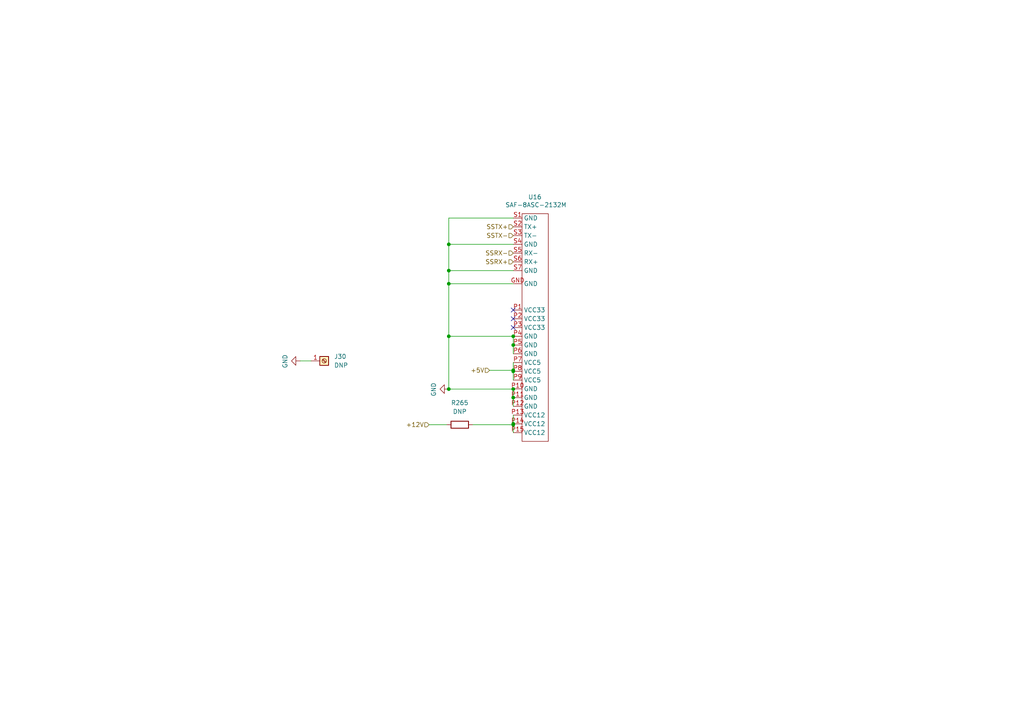
<source format=kicad_sch>
(kicad_sch (version 20231120) (generator "eeschema") (generator_version "8.0")
  (paper "A4")
  (lib_symbols
    (symbol "Device:R" (pin_numbers hide) (pin_names (offset 0))
      (property "Reference" "R" (at 2.032 0 90))
      (property "Value" "R" (at 0 0 90))
      (symbol "R_0_1"
        (rectangle (start -1.016 -2.54) (end 1.016 2.54) (stroke (width 0.254)))
      )
      (symbol "R_1_1"
        (pin passive line (at 0 3.81 270) (length 1.27) (name "~") (number "1"))
        (pin passive line (at 0 -3.81 90) (length 1.27) (name "~") (number "2"))
      )
    )
    (symbol "SATA:SATA"
      (property "Reference" "U16" (at -1.8016 9.6551 0))
      (property "Value" "5622-1200-ML" (at 1.5004 7.6231 0))
      (symbol "SATA_0_1"
        (rectangle (start -2.54 5.08) (end 5.08 -60.96))
      )
      (symbol "SATA_1_1"
        (pin input line (at -5.08 -15.24 0) (length 2.54) (name "GND") (number "GND"))
        (pin input line (at -5.08 -22.86 0) (length 2.54) (name "VCC33") (number "P1"))
        (pin input line (at -5.08 -45.72 0) (length 2.54) (name "GND") (number "P10"))
        (pin input line (at -5.08 -48.26 0) (length 2.54) (name "GND") (number "P11"))
        (pin input line (at -5.08 -50.8 0) (length 2.54) (name "GND") (number "P12"))
        (pin input line (at -5.08 -53.34 0) (length 2.54) (name "VCC12") (number "P13"))
        (pin input line (at -5.08 -55.88 0) (length 2.54) (name "VCC12") (number "P14"))
        (pin input line (at -5.08 -58.42 0) (length 2.54) (name "VCC12") (number "P15"))
        (pin input line (at -5.08 -25.4 0) (length 2.54) (name "VCC33") (number "P2"))
        (pin input line (at -5.08 -27.94 0) (length 2.54) (name "VCC33") (number "P3"))
        (pin input line (at -5.08 -30.48 0) (length 2.54) (name "GND") (number "P4"))
        (pin input line (at -5.08 -33.02 0) (length 2.54) (name "GND") (number "P5"))
        (pin input line (at -5.08 -35.56 0) (length 2.54) (name "GND") (number "P6"))
        (pin input line (at -5.08 -38.1 0) (length 2.54) (name "VCC5") (number "P7"))
        (pin input line (at -5.08 -40.64 0) (length 2.54) (name "VCC5") (number "P8"))
        (pin input line (at -5.08 -43.18 0) (length 2.54) (name "VCC5") (number "P9"))
        (pin input line (at -5.08 3.81 0) (length 2.54) (name "GND") (number "S1"))
        (pin input line (at -5.08 1.27 0) (length 2.54) (name "TX+") (number "S2"))
        (pin input line (at -5.08 -1.27 0) (length 2.54) (name "TX-") (number "S3"))
        (pin input line (at -5.08 -3.81 0) (length 2.54) (name "GND") (number "S4"))
        (pin input line (at -5.08 -6.35 0) (length 2.54) (name "RX-") (number "S5"))
        (pin input line (at -5.08 -8.89 0) (length 2.54) (name "RX+") (number "S6"))
        (pin input line (at -5.08 -11.43 0) (length 2.54) (name "GND") (number "S7"))
      )
    )
    (symbol "Screw_Terminal_01x01_1" (pin_names (offset 1.016) hide)
      (property "Reference" "J30" (at 2.8515 1.2701 0))
      (property "Value" "M3x*0.5 L=6" (at 2.8515 -1.2699 0))
      (symbol "Screw_Terminal_01x01_1_1_1"
        (rectangle (start -1.27 1.27) (end 1.27 -1.27) (stroke (width 0.254)) (fill (type background)))
        (polyline (pts (xy -0.5334 0.3302) (xy 0.3302 -0.508)) (stroke (width 0.1524)))
        (polyline (pts (xy -0.3556 0.508) (xy 0.508 -0.3302)) (stroke (width 0.1524)))
        (circle (center 0 0) (radius 0.635) (stroke (width 0.1524)))
        (pin input line (at -3.81 0 0) (length 2.54) (name "1") (number "1"))
      )
    )
    (symbol "power:GND" (power) (pin_names (offset 0))
      (property "Value" "GND" (at 0 -3.81 0))
      (symbol "GND_0_1"
        (polyline (pts (xy 0 0) (xy 0 -1.27) (xy 1.27 -1.27) (xy 0 -2.54) (xy -1.27 -1.27) (xy 0 -1.27)))
      )
      (symbol "GND_1_1"
        (pin power_in line (at 0 0 270) (length 0) hide (name "GND") (number "1"))
      )
    )
  )
  (junction (at 148.8676 107.4096))
  (junction (at 130.166 78.4891))
  (junction (at 148.8676 97.5391))
  (junction (at 148.8676 100.0791))
  (junction (at 148.8676 112.8509))
  (junction (at 130.166 70.8691))
  (junction (at 130.166 97.5391))
  (junction (at 130.166 112.8509))
  (junction (at 148.8676 122.9391))
  (junction (at 148.8676 123.19))
  (junction (at 148.8676 115.3191))
  (junction (at 148.8676 107.6991))
  (junction (at 130.166 82.2991))
  (no_connect (at 148.8676 94.9991))
  (no_connect (at 148.8676 92.4591))
  (no_connect (at 148.8676 89.9191))
  (wire (pts (xy 137.16 123.19) (xy 148.8676 123.19)))
  (wire (pts (xy 130.166 112.8509) (xy 148.8676 112.8509)))
  (wire (pts (xy 148.8676 115.3191) (xy 148.8676 117.8591)))
  (wire (pts (xy 148.8676 102.6191) (xy 148.8676 100.0791)))
  (wire (pts (xy 130.166 82.2991) (xy 130.166 97.5391)))
  (wire (pts (xy 148.8676 105.1591) (xy 148.8676 107.4096)))
  (wire (pts (xy 148.8676 112.7791) (xy 148.8676 112.8509)))
  (wire (pts (xy 130.166 97.5391) (xy 130.166 112.8509)))
  (wire (pts (xy 87.0756 104.681) (xy 90.2253 104.681)))
  (wire (pts (xy 148.8676 107.4096) (xy 148.8676 107.6991)))
  (wire (pts (xy 130.166 78.4891) (xy 130.166 70.8691)))
  (wire (pts (xy 148.8676 120.3991) (xy 148.8676 122.9391)))
  (wire (pts (xy 130.166 63.2491) (xy 130.166 70.8691)))
  (wire (pts (xy 148.8676 107.4096) (xy 141.9867 107.4096)))
  (wire (pts (xy 148.8676 97.5391) (xy 130.166 97.5391)))
  (wire (pts (xy 124.46 123.19) (xy 129.54 123.19)))
  (wire (pts (xy 148.8676 78.4891) (xy 130.166 78.4891)))
  (wire (pts (xy 148.8676 123.19) (xy 148.8676 125.4791)))
  (wire (pts (xy 148.8676 112.8509) (xy 148.8676 115.3191)))
  (wire (pts (xy 148.8676 110.2391) (xy 148.8676 107.6991)))
  (wire (pts (xy 148.8676 122.9391) (xy 148.8676 123.19)))
  (wire (pts (xy 130.166 78.4891) (xy 130.166 82.2991)))
  (wire (pts (xy 148.8676 63.2491) (xy 130.166 63.2491)))
  (wire (pts (xy 130.166 70.8691) (xy 148.8676 70.8691)))
  (wire (pts (xy 148.8676 100.0791) (xy 148.8676 97.5391)))
  (wire (pts (xy 148.8676 82.2991) (xy 130.166 82.2991)))
  (hierarchical_label "SSTX-" (shape input) (at 148.8676 68.3291 180))
  (hierarchical_label "+5V" (shape input) (at 141.9867 107.4096 180))
  (hierarchical_label "SSRX-" (shape input) (at 148.8676 73.4091 180))
  (hierarchical_label "+12V" (shape input) (at 124.46 123.19 180))
  (hierarchical_label "SSTX+" (shape input) (at 148.8676 65.7891 180))
  (hierarchical_label "SSRX+" (shape input) (at 148.8676 75.9491 180))
  (symbol (lib_id "power:GND") (at 87.0756 104.681 270) (unit 1)
    (property "Reference" "#PWR075" (effects (hide yes)))
    (property "Value" "GND" (at 82.6814 104.808 0))
  )
  (symbol (lib_name "Screw_Terminal_01x01_1") (lib_id "Connector:Screw_Terminal_01x01") (at 94.0353 104.681 0) (unit 1)
    (property "Reference" "J30" (at 96.8868 103.4109 0) (effects (justify left)))
    (property "Value" "DNP" (at 96.8868 105.9509 0) (effects (justify left)))
    (property "Footprint" "Footprint:Screw Terminal Shinbo" (effects (hide yes)))
    (property "Description" "Board mounting elevator    M3 hole size, 4 pins PCB-64-M3" (effects (hide yes)))
    (property "MPN" "SMTSO-M3-6ET" (effects (hide yes)))
  )
  (symbol (lib_id "SATA:SATA") (at 153.9476 67.0591 0) (unit 1)
    (property "Reference" "U16" (at 153.162 57.15 0) (effects (justify left)))
    (property "Value" "SAF-8ASC-2132M" (at 155.448 59.436 0))
    (property "Footprint" "SATA_Connector:SATA_Connector_5622-1200-ML" (effects (hide yes)))
    (property "MPN" "SAF-8ASC-2132M" (effects (hide yes)))
  )
  (symbol (lib_id "power:GND") (at 130.166 112.8509 270) (unit 1)
    (property "Reference" "#PWR069" (effects (hide yes)))
    (property "Value" "GND" (at 125.7718 112.9779 0))
  )
  (symbol (lib_id "Device:R") (at 133.35 123.19 270) (unit 1)
    (property "Reference" "R265" (at 133.35 116.84 90))
    (property "Value" "DNP" (at 133.35 119.38 90))
    (property "Footprint" "Resistor_SMD:R_0603_1608Metric" (effects (hide yes)))
    (property "Description" "Resistor" (effects (hide yes)))
  )
)
</source>
